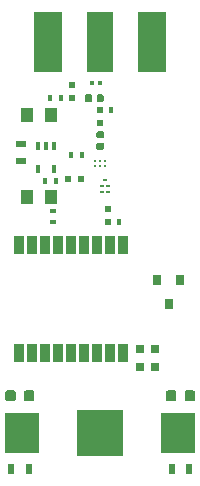
<source format=gtp>
G04 #@! TF.GenerationSoftware,KiCad,Pcbnew,(5.0.0)*
G04 #@! TF.CreationDate,2018-09-17T15:57:07-05:00*
G04 #@! TF.ProjectId,TESEO-LIV3F_uBUS,544553454F2D4C495633465F75425553,rev?*
G04 #@! TF.SameCoordinates,Original*
G04 #@! TF.FileFunction,Paste,Top*
G04 #@! TF.FilePolarity,Positive*
%FSLAX46Y46*%
G04 Gerber Fmt 4.6, Leading zero omitted, Abs format (unit mm)*
G04 Created by KiCad (PCBNEW (5.0.0)) date 09/17/18 15:57:07*
%MOMM*%
%LPD*%
G01*
G04 APERTURE LIST*
%ADD10R,0.400000X0.600000*%
%ADD11R,0.600000X0.400000*%
%ADD12R,0.900000X1.600000*%
%ADD13R,4.000000X4.000000*%
%ADD14R,2.900000X3.500000*%
%ADD15R,0.500000X0.600000*%
%ADD16R,0.750000X0.800000*%
%ADD17R,0.600000X0.500000*%
%ADD18C,0.100000*%
%ADD19C,0.318000*%
%ADD20C,0.875000*%
%ADD21R,0.325000X0.250000*%
%ADD22R,2.290000X5.080000*%
%ADD23R,2.420000X5.080000*%
%ADD24C,0.590000*%
%ADD25R,0.800000X0.900000*%
%ADD26R,0.500000X0.900000*%
%ADD27R,0.400000X0.650000*%
%ADD28R,0.245000X0.245000*%
%ADD29R,1.000000X1.250000*%
%ADD30R,0.900000X0.500000*%
G04 APERTURE END LIST*
D10*
G04 #@! TO.C,R7*
X135110000Y-103100000D03*
X134210000Y-103100000D03*
G04 #@! TD*
D11*
G04 #@! TO.C,R9*
X134460000Y-112650000D03*
X134460000Y-113550000D03*
G04 #@! TD*
D10*
G04 #@! TO.C,R8*
X133810000Y-110100000D03*
X134710000Y-110100000D03*
G04 #@! TD*
D12*
G04 #@! TO.C,U3*
X140360000Y-115500000D03*
X139260000Y-115500000D03*
X138160000Y-115500000D03*
X137060000Y-115500000D03*
X135960000Y-115500000D03*
X134860000Y-115500000D03*
X133760000Y-115500000D03*
X132660000Y-115500000D03*
X131560000Y-115500000D03*
X140360000Y-124700000D03*
X139260000Y-124700000D03*
X138160000Y-124700000D03*
X137060000Y-124700000D03*
X135960000Y-124700000D03*
X134860000Y-124700000D03*
X133760000Y-124700000D03*
X132660000Y-124700000D03*
X131560000Y-124700000D03*
G04 #@! TD*
D13*
G04 #@! TO.C,BT1*
X138430000Y-131445000D03*
D14*
X131830000Y-131445000D03*
X145030000Y-131445000D03*
G04 #@! TD*
D15*
G04 #@! TO.C,C1*
X136060000Y-103050000D03*
X136060000Y-101950000D03*
G04 #@! TD*
D16*
G04 #@! TO.C,C3*
X143060000Y-125850000D03*
X143060000Y-124350000D03*
G04 #@! TD*
D15*
G04 #@! TO.C,C4*
X138460000Y-104100000D03*
X138460000Y-105200000D03*
G04 #@! TD*
D16*
G04 #@! TO.C,C5*
X141860000Y-124350000D03*
X141860000Y-125850000D03*
G04 #@! TD*
D17*
G04 #@! TO.C,C6*
X136810000Y-109900000D03*
X135710000Y-109900000D03*
G04 #@! TD*
D15*
G04 #@! TO.C,C8*
X139160000Y-112450000D03*
X139160000Y-113550000D03*
G04 #@! TD*
D18*
G04 #@! TO.C,D1*
G36*
X138542292Y-101620383D02*
X138550010Y-101621528D01*
X138557578Y-101623423D01*
X138564923Y-101626052D01*
X138571976Y-101629387D01*
X138578668Y-101633398D01*
X138584934Y-101638046D01*
X138590715Y-101643285D01*
X138595954Y-101649066D01*
X138600602Y-101655332D01*
X138604613Y-101662024D01*
X138607948Y-101669077D01*
X138610577Y-101676422D01*
X138612472Y-101683990D01*
X138613617Y-101691708D01*
X138614000Y-101699500D01*
X138614000Y-101900500D01*
X138613617Y-101908292D01*
X138612472Y-101916010D01*
X138610577Y-101923578D01*
X138607948Y-101930923D01*
X138604613Y-101937976D01*
X138600602Y-101944668D01*
X138595954Y-101950934D01*
X138590715Y-101956715D01*
X138584934Y-101961954D01*
X138578668Y-101966602D01*
X138571976Y-101970613D01*
X138564923Y-101973948D01*
X138557578Y-101976577D01*
X138550010Y-101978472D01*
X138542292Y-101979617D01*
X138534500Y-101980000D01*
X138375500Y-101980000D01*
X138367708Y-101979617D01*
X138359990Y-101978472D01*
X138352422Y-101976577D01*
X138345077Y-101973948D01*
X138338024Y-101970613D01*
X138331332Y-101966602D01*
X138325066Y-101961954D01*
X138319285Y-101956715D01*
X138314046Y-101950934D01*
X138309398Y-101944668D01*
X138305387Y-101937976D01*
X138302052Y-101930923D01*
X138299423Y-101923578D01*
X138297528Y-101916010D01*
X138296383Y-101908292D01*
X138296000Y-101900500D01*
X138296000Y-101699500D01*
X138296383Y-101691708D01*
X138297528Y-101683990D01*
X138299423Y-101676422D01*
X138302052Y-101669077D01*
X138305387Y-101662024D01*
X138309398Y-101655332D01*
X138314046Y-101649066D01*
X138319285Y-101643285D01*
X138325066Y-101638046D01*
X138331332Y-101633398D01*
X138338024Y-101629387D01*
X138345077Y-101626052D01*
X138352422Y-101623423D01*
X138359990Y-101621528D01*
X138367708Y-101620383D01*
X138375500Y-101620000D01*
X138534500Y-101620000D01*
X138542292Y-101620383D01*
X138542292Y-101620383D01*
G37*
D19*
X138455000Y-101800000D03*
D18*
G36*
X137852292Y-101620383D02*
X137860010Y-101621528D01*
X137867578Y-101623423D01*
X137874923Y-101626052D01*
X137881976Y-101629387D01*
X137888668Y-101633398D01*
X137894934Y-101638046D01*
X137900715Y-101643285D01*
X137905954Y-101649066D01*
X137910602Y-101655332D01*
X137914613Y-101662024D01*
X137917948Y-101669077D01*
X137920577Y-101676422D01*
X137922472Y-101683990D01*
X137923617Y-101691708D01*
X137924000Y-101699500D01*
X137924000Y-101900500D01*
X137923617Y-101908292D01*
X137922472Y-101916010D01*
X137920577Y-101923578D01*
X137917948Y-101930923D01*
X137914613Y-101937976D01*
X137910602Y-101944668D01*
X137905954Y-101950934D01*
X137900715Y-101956715D01*
X137894934Y-101961954D01*
X137888668Y-101966602D01*
X137881976Y-101970613D01*
X137874923Y-101973948D01*
X137867578Y-101976577D01*
X137860010Y-101978472D01*
X137852292Y-101979617D01*
X137844500Y-101980000D01*
X137685500Y-101980000D01*
X137677708Y-101979617D01*
X137669990Y-101978472D01*
X137662422Y-101976577D01*
X137655077Y-101973948D01*
X137648024Y-101970613D01*
X137641332Y-101966602D01*
X137635066Y-101961954D01*
X137629285Y-101956715D01*
X137624046Y-101950934D01*
X137619398Y-101944668D01*
X137615387Y-101937976D01*
X137612052Y-101930923D01*
X137609423Y-101923578D01*
X137607528Y-101916010D01*
X137606383Y-101908292D01*
X137606000Y-101900500D01*
X137606000Y-101699500D01*
X137606383Y-101691708D01*
X137607528Y-101683990D01*
X137609423Y-101676422D01*
X137612052Y-101669077D01*
X137615387Y-101662024D01*
X137619398Y-101655332D01*
X137624046Y-101649066D01*
X137629285Y-101643285D01*
X137635066Y-101638046D01*
X137641332Y-101633398D01*
X137648024Y-101629387D01*
X137655077Y-101626052D01*
X137662422Y-101623423D01*
X137669990Y-101621528D01*
X137677708Y-101620383D01*
X137685500Y-101620000D01*
X137844500Y-101620000D01*
X137852292Y-101620383D01*
X137852292Y-101620383D01*
G37*
D19*
X137765000Y-101800000D03*
G04 #@! TD*
D18*
G04 #@! TO.C,D2*
G36*
X132687691Y-127826053D02*
X132708926Y-127829203D01*
X132729750Y-127834419D01*
X132749962Y-127841651D01*
X132769368Y-127850830D01*
X132787781Y-127861866D01*
X132805024Y-127874654D01*
X132820930Y-127889070D01*
X132835346Y-127904976D01*
X132848134Y-127922219D01*
X132859170Y-127940632D01*
X132868349Y-127960038D01*
X132875581Y-127980250D01*
X132880797Y-128001074D01*
X132883947Y-128022309D01*
X132885000Y-128043750D01*
X132885000Y-128556250D01*
X132883947Y-128577691D01*
X132880797Y-128598926D01*
X132875581Y-128619750D01*
X132868349Y-128639962D01*
X132859170Y-128659368D01*
X132848134Y-128677781D01*
X132835346Y-128695024D01*
X132820930Y-128710930D01*
X132805024Y-128725346D01*
X132787781Y-128738134D01*
X132769368Y-128749170D01*
X132749962Y-128758349D01*
X132729750Y-128765581D01*
X132708926Y-128770797D01*
X132687691Y-128773947D01*
X132666250Y-128775000D01*
X132228750Y-128775000D01*
X132207309Y-128773947D01*
X132186074Y-128770797D01*
X132165250Y-128765581D01*
X132145038Y-128758349D01*
X132125632Y-128749170D01*
X132107219Y-128738134D01*
X132089976Y-128725346D01*
X132074070Y-128710930D01*
X132059654Y-128695024D01*
X132046866Y-128677781D01*
X132035830Y-128659368D01*
X132026651Y-128639962D01*
X132019419Y-128619750D01*
X132014203Y-128598926D01*
X132011053Y-128577691D01*
X132010000Y-128556250D01*
X132010000Y-128043750D01*
X132011053Y-128022309D01*
X132014203Y-128001074D01*
X132019419Y-127980250D01*
X132026651Y-127960038D01*
X132035830Y-127940632D01*
X132046866Y-127922219D01*
X132059654Y-127904976D01*
X132074070Y-127889070D01*
X132089976Y-127874654D01*
X132107219Y-127861866D01*
X132125632Y-127850830D01*
X132145038Y-127841651D01*
X132165250Y-127834419D01*
X132186074Y-127829203D01*
X132207309Y-127826053D01*
X132228750Y-127825000D01*
X132666250Y-127825000D01*
X132687691Y-127826053D01*
X132687691Y-127826053D01*
G37*
D20*
X132447500Y-128300000D03*
D18*
G36*
X131112691Y-127826053D02*
X131133926Y-127829203D01*
X131154750Y-127834419D01*
X131174962Y-127841651D01*
X131194368Y-127850830D01*
X131212781Y-127861866D01*
X131230024Y-127874654D01*
X131245930Y-127889070D01*
X131260346Y-127904976D01*
X131273134Y-127922219D01*
X131284170Y-127940632D01*
X131293349Y-127960038D01*
X131300581Y-127980250D01*
X131305797Y-128001074D01*
X131308947Y-128022309D01*
X131310000Y-128043750D01*
X131310000Y-128556250D01*
X131308947Y-128577691D01*
X131305797Y-128598926D01*
X131300581Y-128619750D01*
X131293349Y-128639962D01*
X131284170Y-128659368D01*
X131273134Y-128677781D01*
X131260346Y-128695024D01*
X131245930Y-128710930D01*
X131230024Y-128725346D01*
X131212781Y-128738134D01*
X131194368Y-128749170D01*
X131174962Y-128758349D01*
X131154750Y-128765581D01*
X131133926Y-128770797D01*
X131112691Y-128773947D01*
X131091250Y-128775000D01*
X130653750Y-128775000D01*
X130632309Y-128773947D01*
X130611074Y-128770797D01*
X130590250Y-128765581D01*
X130570038Y-128758349D01*
X130550632Y-128749170D01*
X130532219Y-128738134D01*
X130514976Y-128725346D01*
X130499070Y-128710930D01*
X130484654Y-128695024D01*
X130471866Y-128677781D01*
X130460830Y-128659368D01*
X130451651Y-128639962D01*
X130444419Y-128619750D01*
X130439203Y-128598926D01*
X130436053Y-128577691D01*
X130435000Y-128556250D01*
X130435000Y-128043750D01*
X130436053Y-128022309D01*
X130439203Y-128001074D01*
X130444419Y-127980250D01*
X130451651Y-127960038D01*
X130460830Y-127940632D01*
X130471866Y-127922219D01*
X130484654Y-127904976D01*
X130499070Y-127889070D01*
X130514976Y-127874654D01*
X130532219Y-127861866D01*
X130550632Y-127850830D01*
X130570038Y-127841651D01*
X130590250Y-127834419D01*
X130611074Y-127829203D01*
X130632309Y-127826053D01*
X130653750Y-127825000D01*
X131091250Y-127825000D01*
X131112691Y-127826053D01*
X131112691Y-127826053D01*
G37*
D20*
X130872500Y-128300000D03*
G04 #@! TD*
D18*
G04 #@! TO.C,D3*
G36*
X144712691Y-127826053D02*
X144733926Y-127829203D01*
X144754750Y-127834419D01*
X144774962Y-127841651D01*
X144794368Y-127850830D01*
X144812781Y-127861866D01*
X144830024Y-127874654D01*
X144845930Y-127889070D01*
X144860346Y-127904976D01*
X144873134Y-127922219D01*
X144884170Y-127940632D01*
X144893349Y-127960038D01*
X144900581Y-127980250D01*
X144905797Y-128001074D01*
X144908947Y-128022309D01*
X144910000Y-128043750D01*
X144910000Y-128556250D01*
X144908947Y-128577691D01*
X144905797Y-128598926D01*
X144900581Y-128619750D01*
X144893349Y-128639962D01*
X144884170Y-128659368D01*
X144873134Y-128677781D01*
X144860346Y-128695024D01*
X144845930Y-128710930D01*
X144830024Y-128725346D01*
X144812781Y-128738134D01*
X144794368Y-128749170D01*
X144774962Y-128758349D01*
X144754750Y-128765581D01*
X144733926Y-128770797D01*
X144712691Y-128773947D01*
X144691250Y-128775000D01*
X144253750Y-128775000D01*
X144232309Y-128773947D01*
X144211074Y-128770797D01*
X144190250Y-128765581D01*
X144170038Y-128758349D01*
X144150632Y-128749170D01*
X144132219Y-128738134D01*
X144114976Y-128725346D01*
X144099070Y-128710930D01*
X144084654Y-128695024D01*
X144071866Y-128677781D01*
X144060830Y-128659368D01*
X144051651Y-128639962D01*
X144044419Y-128619750D01*
X144039203Y-128598926D01*
X144036053Y-128577691D01*
X144035000Y-128556250D01*
X144035000Y-128043750D01*
X144036053Y-128022309D01*
X144039203Y-128001074D01*
X144044419Y-127980250D01*
X144051651Y-127960038D01*
X144060830Y-127940632D01*
X144071866Y-127922219D01*
X144084654Y-127904976D01*
X144099070Y-127889070D01*
X144114976Y-127874654D01*
X144132219Y-127861866D01*
X144150632Y-127850830D01*
X144170038Y-127841651D01*
X144190250Y-127834419D01*
X144211074Y-127829203D01*
X144232309Y-127826053D01*
X144253750Y-127825000D01*
X144691250Y-127825000D01*
X144712691Y-127826053D01*
X144712691Y-127826053D01*
G37*
D20*
X144472500Y-128300000D03*
D18*
G36*
X146287691Y-127826053D02*
X146308926Y-127829203D01*
X146329750Y-127834419D01*
X146349962Y-127841651D01*
X146369368Y-127850830D01*
X146387781Y-127861866D01*
X146405024Y-127874654D01*
X146420930Y-127889070D01*
X146435346Y-127904976D01*
X146448134Y-127922219D01*
X146459170Y-127940632D01*
X146468349Y-127960038D01*
X146475581Y-127980250D01*
X146480797Y-128001074D01*
X146483947Y-128022309D01*
X146485000Y-128043750D01*
X146485000Y-128556250D01*
X146483947Y-128577691D01*
X146480797Y-128598926D01*
X146475581Y-128619750D01*
X146468349Y-128639962D01*
X146459170Y-128659368D01*
X146448134Y-128677781D01*
X146435346Y-128695024D01*
X146420930Y-128710930D01*
X146405024Y-128725346D01*
X146387781Y-128738134D01*
X146369368Y-128749170D01*
X146349962Y-128758349D01*
X146329750Y-128765581D01*
X146308926Y-128770797D01*
X146287691Y-128773947D01*
X146266250Y-128775000D01*
X145828750Y-128775000D01*
X145807309Y-128773947D01*
X145786074Y-128770797D01*
X145765250Y-128765581D01*
X145745038Y-128758349D01*
X145725632Y-128749170D01*
X145707219Y-128738134D01*
X145689976Y-128725346D01*
X145674070Y-128710930D01*
X145659654Y-128695024D01*
X145646866Y-128677781D01*
X145635830Y-128659368D01*
X145626651Y-128639962D01*
X145619419Y-128619750D01*
X145614203Y-128598926D01*
X145611053Y-128577691D01*
X145610000Y-128556250D01*
X145610000Y-128043750D01*
X145611053Y-128022309D01*
X145614203Y-128001074D01*
X145619419Y-127980250D01*
X145626651Y-127960038D01*
X145635830Y-127940632D01*
X145646866Y-127922219D01*
X145659654Y-127904976D01*
X145674070Y-127889070D01*
X145689976Y-127874654D01*
X145707219Y-127861866D01*
X145725632Y-127850830D01*
X145745038Y-127841651D01*
X145765250Y-127834419D01*
X145786074Y-127829203D01*
X145807309Y-127826053D01*
X145828750Y-127825000D01*
X146266250Y-127825000D01*
X146287691Y-127826053D01*
X146287691Y-127826053D01*
G37*
D20*
X146047500Y-128300000D03*
G04 #@! TD*
D21*
G04 #@! TO.C,F1*
X139147500Y-110550000D03*
X139147500Y-111050000D03*
X138572500Y-111050000D03*
X138572500Y-110550000D03*
X138860000Y-110050000D03*
G04 #@! TD*
D22*
G04 #@! TO.C,J3*
X138430000Y-98298000D03*
D23*
X142810000Y-98298000D03*
X134050000Y-98298000D03*
G04 #@! TD*
D18*
G04 #@! TO.C,L1*
G36*
X137636958Y-102780710D02*
X137651276Y-102782834D01*
X137665317Y-102786351D01*
X137678946Y-102791228D01*
X137692031Y-102797417D01*
X137704447Y-102804858D01*
X137716073Y-102813481D01*
X137726798Y-102823202D01*
X137736519Y-102833927D01*
X137745142Y-102845553D01*
X137752583Y-102857969D01*
X137758772Y-102871054D01*
X137763649Y-102884683D01*
X137767166Y-102898724D01*
X137769290Y-102913042D01*
X137770000Y-102927500D01*
X137770000Y-103272500D01*
X137769290Y-103286958D01*
X137767166Y-103301276D01*
X137763649Y-103315317D01*
X137758772Y-103328946D01*
X137752583Y-103342031D01*
X137745142Y-103354447D01*
X137736519Y-103366073D01*
X137726798Y-103376798D01*
X137716073Y-103386519D01*
X137704447Y-103395142D01*
X137692031Y-103402583D01*
X137678946Y-103408772D01*
X137665317Y-103413649D01*
X137651276Y-103417166D01*
X137636958Y-103419290D01*
X137622500Y-103420000D01*
X137327500Y-103420000D01*
X137313042Y-103419290D01*
X137298724Y-103417166D01*
X137284683Y-103413649D01*
X137271054Y-103408772D01*
X137257969Y-103402583D01*
X137245553Y-103395142D01*
X137233927Y-103386519D01*
X137223202Y-103376798D01*
X137213481Y-103366073D01*
X137204858Y-103354447D01*
X137197417Y-103342031D01*
X137191228Y-103328946D01*
X137186351Y-103315317D01*
X137182834Y-103301276D01*
X137180710Y-103286958D01*
X137180000Y-103272500D01*
X137180000Y-102927500D01*
X137180710Y-102913042D01*
X137182834Y-102898724D01*
X137186351Y-102884683D01*
X137191228Y-102871054D01*
X137197417Y-102857969D01*
X137204858Y-102845553D01*
X137213481Y-102833927D01*
X137223202Y-102823202D01*
X137233927Y-102813481D01*
X137245553Y-102804858D01*
X137257969Y-102797417D01*
X137271054Y-102791228D01*
X137284683Y-102786351D01*
X137298724Y-102782834D01*
X137313042Y-102780710D01*
X137327500Y-102780000D01*
X137622500Y-102780000D01*
X137636958Y-102780710D01*
X137636958Y-102780710D01*
G37*
D24*
X137475000Y-103100000D03*
D18*
G36*
X138606958Y-102780710D02*
X138621276Y-102782834D01*
X138635317Y-102786351D01*
X138648946Y-102791228D01*
X138662031Y-102797417D01*
X138674447Y-102804858D01*
X138686073Y-102813481D01*
X138696798Y-102823202D01*
X138706519Y-102833927D01*
X138715142Y-102845553D01*
X138722583Y-102857969D01*
X138728772Y-102871054D01*
X138733649Y-102884683D01*
X138737166Y-102898724D01*
X138739290Y-102913042D01*
X138740000Y-102927500D01*
X138740000Y-103272500D01*
X138739290Y-103286958D01*
X138737166Y-103301276D01*
X138733649Y-103315317D01*
X138728772Y-103328946D01*
X138722583Y-103342031D01*
X138715142Y-103354447D01*
X138706519Y-103366073D01*
X138696798Y-103376798D01*
X138686073Y-103386519D01*
X138674447Y-103395142D01*
X138662031Y-103402583D01*
X138648946Y-103408772D01*
X138635317Y-103413649D01*
X138621276Y-103417166D01*
X138606958Y-103419290D01*
X138592500Y-103420000D01*
X138297500Y-103420000D01*
X138283042Y-103419290D01*
X138268724Y-103417166D01*
X138254683Y-103413649D01*
X138241054Y-103408772D01*
X138227969Y-103402583D01*
X138215553Y-103395142D01*
X138203927Y-103386519D01*
X138193202Y-103376798D01*
X138183481Y-103366073D01*
X138174858Y-103354447D01*
X138167417Y-103342031D01*
X138161228Y-103328946D01*
X138156351Y-103315317D01*
X138152834Y-103301276D01*
X138150710Y-103286958D01*
X138150000Y-103272500D01*
X138150000Y-102927500D01*
X138150710Y-102913042D01*
X138152834Y-102898724D01*
X138156351Y-102884683D01*
X138161228Y-102871054D01*
X138167417Y-102857969D01*
X138174858Y-102845553D01*
X138183481Y-102833927D01*
X138193202Y-102823202D01*
X138203927Y-102813481D01*
X138215553Y-102804858D01*
X138227969Y-102797417D01*
X138241054Y-102791228D01*
X138254683Y-102786351D01*
X138268724Y-102782834D01*
X138283042Y-102780710D01*
X138297500Y-102780000D01*
X138592500Y-102780000D01*
X138606958Y-102780710D01*
X138606958Y-102780710D01*
G37*
D24*
X138445000Y-103100000D03*
G04 #@! TD*
D18*
G04 #@! TO.C,L2*
G36*
X138646958Y-106875710D02*
X138661276Y-106877834D01*
X138675317Y-106881351D01*
X138688946Y-106886228D01*
X138702031Y-106892417D01*
X138714447Y-106899858D01*
X138726073Y-106908481D01*
X138736798Y-106918202D01*
X138746519Y-106928927D01*
X138755142Y-106940553D01*
X138762583Y-106952969D01*
X138768772Y-106966054D01*
X138773649Y-106979683D01*
X138777166Y-106993724D01*
X138779290Y-107008042D01*
X138780000Y-107022500D01*
X138780000Y-107317500D01*
X138779290Y-107331958D01*
X138777166Y-107346276D01*
X138773649Y-107360317D01*
X138768772Y-107373946D01*
X138762583Y-107387031D01*
X138755142Y-107399447D01*
X138746519Y-107411073D01*
X138736798Y-107421798D01*
X138726073Y-107431519D01*
X138714447Y-107440142D01*
X138702031Y-107447583D01*
X138688946Y-107453772D01*
X138675317Y-107458649D01*
X138661276Y-107462166D01*
X138646958Y-107464290D01*
X138632500Y-107465000D01*
X138287500Y-107465000D01*
X138273042Y-107464290D01*
X138258724Y-107462166D01*
X138244683Y-107458649D01*
X138231054Y-107453772D01*
X138217969Y-107447583D01*
X138205553Y-107440142D01*
X138193927Y-107431519D01*
X138183202Y-107421798D01*
X138173481Y-107411073D01*
X138164858Y-107399447D01*
X138157417Y-107387031D01*
X138151228Y-107373946D01*
X138146351Y-107360317D01*
X138142834Y-107346276D01*
X138140710Y-107331958D01*
X138140000Y-107317500D01*
X138140000Y-107022500D01*
X138140710Y-107008042D01*
X138142834Y-106993724D01*
X138146351Y-106979683D01*
X138151228Y-106966054D01*
X138157417Y-106952969D01*
X138164858Y-106940553D01*
X138173481Y-106928927D01*
X138183202Y-106918202D01*
X138193927Y-106908481D01*
X138205553Y-106899858D01*
X138217969Y-106892417D01*
X138231054Y-106886228D01*
X138244683Y-106881351D01*
X138258724Y-106877834D01*
X138273042Y-106875710D01*
X138287500Y-106875000D01*
X138632500Y-106875000D01*
X138646958Y-106875710D01*
X138646958Y-106875710D01*
G37*
D24*
X138460000Y-107170000D03*
D18*
G36*
X138646958Y-105905710D02*
X138661276Y-105907834D01*
X138675317Y-105911351D01*
X138688946Y-105916228D01*
X138702031Y-105922417D01*
X138714447Y-105929858D01*
X138726073Y-105938481D01*
X138736798Y-105948202D01*
X138746519Y-105958927D01*
X138755142Y-105970553D01*
X138762583Y-105982969D01*
X138768772Y-105996054D01*
X138773649Y-106009683D01*
X138777166Y-106023724D01*
X138779290Y-106038042D01*
X138780000Y-106052500D01*
X138780000Y-106347500D01*
X138779290Y-106361958D01*
X138777166Y-106376276D01*
X138773649Y-106390317D01*
X138768772Y-106403946D01*
X138762583Y-106417031D01*
X138755142Y-106429447D01*
X138746519Y-106441073D01*
X138736798Y-106451798D01*
X138726073Y-106461519D01*
X138714447Y-106470142D01*
X138702031Y-106477583D01*
X138688946Y-106483772D01*
X138675317Y-106488649D01*
X138661276Y-106492166D01*
X138646958Y-106494290D01*
X138632500Y-106495000D01*
X138287500Y-106495000D01*
X138273042Y-106494290D01*
X138258724Y-106492166D01*
X138244683Y-106488649D01*
X138231054Y-106483772D01*
X138217969Y-106477583D01*
X138205553Y-106470142D01*
X138193927Y-106461519D01*
X138183202Y-106451798D01*
X138173481Y-106441073D01*
X138164858Y-106429447D01*
X138157417Y-106417031D01*
X138151228Y-106403946D01*
X138146351Y-106390317D01*
X138142834Y-106376276D01*
X138140710Y-106361958D01*
X138140000Y-106347500D01*
X138140000Y-106052500D01*
X138140710Y-106038042D01*
X138142834Y-106023724D01*
X138146351Y-106009683D01*
X138151228Y-105996054D01*
X138157417Y-105982969D01*
X138164858Y-105970553D01*
X138173481Y-105958927D01*
X138183202Y-105948202D01*
X138193927Y-105938481D01*
X138205553Y-105929858D01*
X138217969Y-105922417D01*
X138231054Y-105916228D01*
X138244683Y-105911351D01*
X138258724Y-105907834D01*
X138273042Y-105905710D01*
X138287500Y-105905000D01*
X138632500Y-105905000D01*
X138646958Y-105905710D01*
X138646958Y-105905710D01*
G37*
D24*
X138460000Y-106200000D03*
G04 #@! TD*
D25*
G04 #@! TO.C,Q1*
X145210000Y-118500000D03*
X143310000Y-118500000D03*
X144260000Y-120500000D03*
G04 #@! TD*
D10*
G04 #@! TO.C,R1*
X138460000Y-104100000D03*
X139360000Y-104100000D03*
G04 #@! TD*
G04 #@! TO.C,R3*
X136010000Y-107900000D03*
X136910000Y-107900000D03*
G04 #@! TD*
D26*
G04 #@! TO.C,R4*
X130910000Y-134500000D03*
X132410000Y-134500000D03*
G04 #@! TD*
D10*
G04 #@! TO.C,R5*
X140060000Y-113550000D03*
X139160000Y-113550000D03*
G04 #@! TD*
D26*
G04 #@! TO.C,R6*
X144510000Y-134500000D03*
X146010000Y-134500000D03*
G04 #@! TD*
D27*
G04 #@! TO.C,U1*
X134510000Y-107150000D03*
X133210000Y-107150000D03*
X133860000Y-107150000D03*
X133210000Y-109050000D03*
X134510000Y-109050000D03*
G04 #@! TD*
D28*
G04 #@! TO.C,U2*
X138060000Y-108850000D03*
X138460000Y-108850000D03*
X138860000Y-108850000D03*
X138860000Y-108450000D03*
X138460000Y-108450000D03*
X138060000Y-108450000D03*
G04 #@! TD*
D29*
G04 #@! TO.C,C2*
X134260000Y-104500000D03*
X132260000Y-104500000D03*
G04 #@! TD*
G04 #@! TO.C,C7*
X132260000Y-111500000D03*
X134260000Y-111500000D03*
G04 #@! TD*
D30*
G04 #@! TO.C,R2*
X131772000Y-108450000D03*
X131772000Y-106950000D03*
G04 #@! TD*
M02*

</source>
